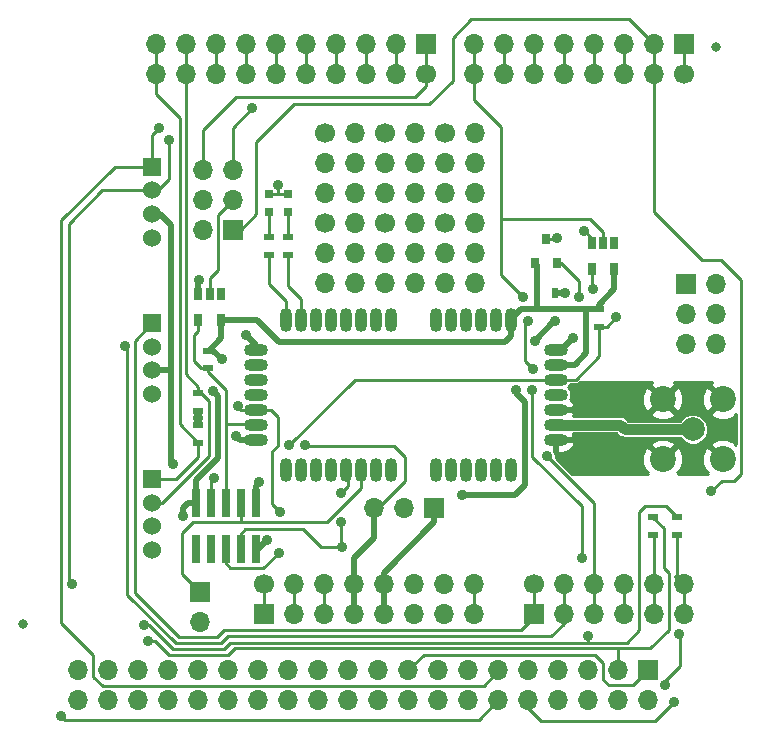
<source format=gtl>
G04 #@! TF.FileFunction,Copper,L1,Top,Signal*
%FSLAX46Y46*%
G04 Gerber Fmt 4.6, Leading zero omitted, Abs format (unit mm)*
G04 Created by KiCad (PCBNEW 4.0.7-e2-6376~58~ubuntu16.04.1) date Fri Apr 13 07:59:41 2018*
%MOMM*%
%LPD*%
G01*
G04 APERTURE LIST*
%ADD10C,0.150000*%
%ADD11R,0.900000X0.500000*%
%ADD12R,0.797560X0.797560*%
%ADD13C,0.800000*%
%ADD14R,0.740000X2.400000*%
%ADD15R,0.500000X0.900000*%
%ADD16R,0.650000X1.060000*%
%ADD17R,0.800000X0.900000*%
%ADD18C,2.200000*%
%ADD19C,2.000000*%
%ADD20O,1.016000X2.032000*%
%ADD21O,2.032000X1.016000*%
%ADD22R,1.700000X1.700000*%
%ADD23O,1.700000X1.700000*%
%ADD24C,1.700000*%
%ADD25R,1.524000X1.524000*%
%ADD26C,1.524000*%
%ADD27C,0.889000*%
%ADD28C,0.250000*%
%ADD29C,0.500000*%
%ADD30C,0.203200*%
%ADD31C,0.900000*%
%ADD32C,0.254000*%
G04 APERTURE END LIST*
D10*
D11*
X118910000Y-98180000D03*
X118910000Y-99680000D03*
D12*
X124860000Y-81350700D03*
X124860000Y-82849300D03*
X126520000Y-81350700D03*
X126520000Y-82849300D03*
D13*
X104050000Y-117690000D03*
X162720000Y-68840000D03*
D14*
X123770000Y-107470000D03*
X123770000Y-111370000D03*
X122500000Y-107470000D03*
X122500000Y-111370000D03*
X121230000Y-107470000D03*
X121230000Y-111370000D03*
X119960000Y-107470000D03*
X119960000Y-111370000D03*
X118690000Y-107470000D03*
X118690000Y-111370000D03*
D15*
X149090000Y-89670000D03*
X147590000Y-89670000D03*
D11*
X119730000Y-96070000D03*
X119730000Y-94570000D03*
X124860000Y-84960000D03*
X124860000Y-86460000D03*
X126530000Y-84950000D03*
X126530000Y-86450000D03*
X152810000Y-92580000D03*
X152810000Y-91080000D03*
D16*
X120820000Y-89790000D03*
X119870000Y-89790000D03*
X118920000Y-89790000D03*
X118920000Y-91990000D03*
X120820000Y-91990000D03*
D17*
X148340000Y-85140000D03*
X147390000Y-87140000D03*
X149290000Y-87140000D03*
D16*
X154100000Y-85500000D03*
X153150000Y-85500000D03*
X152200000Y-85500000D03*
X152200000Y-87700000D03*
X154100000Y-87700000D03*
D18*
X158230000Y-103790000D03*
X158230000Y-98710000D03*
X163310000Y-98710000D03*
X163310000Y-103790000D03*
D19*
X160770000Y-101250000D03*
D20*
X126310000Y-104650000D03*
X127580000Y-104650000D03*
X130120000Y-104650000D03*
X128850000Y-104650000D03*
X133930000Y-104650000D03*
X135200000Y-104650000D03*
X132660000Y-104650000D03*
X131390000Y-104650000D03*
X141550000Y-104650000D03*
X142820000Y-104650000D03*
X145360000Y-104650000D03*
X144090000Y-104650000D03*
X139010000Y-104650000D03*
X140280000Y-104650000D03*
X140280000Y-91950000D03*
X139010000Y-91950000D03*
X144090000Y-91950000D03*
X145360000Y-91950000D03*
X142820000Y-91950000D03*
X141550000Y-91950000D03*
X131390000Y-91950000D03*
X132660000Y-91950000D03*
X135200000Y-91950000D03*
X133930000Y-91950000D03*
X128850000Y-91950000D03*
X130120000Y-91950000D03*
X127580000Y-91950000D03*
X126310000Y-91950000D03*
D21*
X149170000Y-98300000D03*
X149170000Y-97030000D03*
X149170000Y-95760000D03*
X149170000Y-94490000D03*
X149170000Y-99570000D03*
X149170000Y-100840000D03*
X149170000Y-102110000D03*
X123770000Y-102110000D03*
X123770000Y-100840000D03*
X123770000Y-99570000D03*
X123770000Y-94490000D03*
X123770000Y-95760000D03*
X123770000Y-97030000D03*
X123770000Y-98300000D03*
D22*
X124460000Y-116840000D03*
D23*
X127000000Y-116840000D03*
X129540000Y-116840000D03*
X132080000Y-116840000D03*
X134620000Y-116840000D03*
X137160000Y-116840000D03*
X139700000Y-116840000D03*
X142240000Y-116840000D03*
D22*
X147320000Y-116840000D03*
D23*
X149860000Y-116840000D03*
X152400000Y-116840000D03*
X154940000Y-116840000D03*
X157480000Y-116840000D03*
X160020000Y-116840000D03*
D22*
X138180000Y-68580000D03*
D23*
X135640000Y-68580000D03*
X133100000Y-68580000D03*
X130560000Y-68580000D03*
X128020000Y-68580000D03*
X125480000Y-68580000D03*
X122940000Y-68580000D03*
X120400000Y-68580000D03*
X117860000Y-68580000D03*
X115320000Y-68580000D03*
D22*
X160020000Y-68580000D03*
D23*
X157480000Y-68580000D03*
X154940000Y-68580000D03*
X152400000Y-68580000D03*
X149860000Y-68580000D03*
X147320000Y-68580000D03*
X144780000Y-68580000D03*
X142240000Y-68580000D03*
D22*
X121820000Y-84350000D03*
D23*
X119280000Y-84350000D03*
X121820000Y-81810000D03*
X119280000Y-81810000D03*
X121820000Y-79270000D03*
X119280000Y-79270000D03*
D22*
X119060000Y-115020000D03*
D23*
X119060000Y-117560000D03*
D22*
X160190000Y-88960000D03*
D23*
X162730000Y-88960000D03*
X160190000Y-91500000D03*
X162730000Y-91500000D03*
X160190000Y-94040000D03*
X162730000Y-94040000D03*
D11*
X118910000Y-102410000D03*
X118910000Y-100910000D03*
D22*
X138870000Y-107940000D03*
D23*
X136330000Y-107940000D03*
X133790000Y-107940000D03*
D24*
X124470000Y-114300000D03*
D23*
X127010000Y-114300000D03*
X129550000Y-114300000D03*
X132090000Y-114300000D03*
X134630000Y-114300000D03*
X137170000Y-114300000D03*
X139710000Y-114300000D03*
X142250000Y-114300000D03*
D24*
X147320000Y-114300000D03*
D23*
X149860000Y-114300000D03*
X152400000Y-114300000D03*
X154940000Y-114300000D03*
X157480000Y-114300000D03*
X160020000Y-114300000D03*
D24*
X138180000Y-71120000D03*
D23*
X135640000Y-71120000D03*
X133100000Y-71120000D03*
X130560000Y-71120000D03*
X128020000Y-71120000D03*
X125480000Y-71120000D03*
X122940000Y-71120000D03*
X120400000Y-71120000D03*
X117860000Y-71120000D03*
X115320000Y-71120000D03*
D24*
X160020000Y-71130000D03*
D23*
X157480000Y-71130000D03*
X154940000Y-71130000D03*
X152400000Y-71130000D03*
X149860000Y-71130000D03*
X147320000Y-71130000D03*
X144780000Y-71130000D03*
X142240000Y-71130000D03*
X132160000Y-88820000D03*
X129620000Y-88820000D03*
X132160000Y-86280000D03*
X129620000Y-86280000D03*
X132160000Y-83740000D03*
D24*
X129620000Y-83740000D03*
X134700000Y-83740000D03*
D23*
X137240000Y-83740000D03*
X134700000Y-86280000D03*
X137240000Y-86280000D03*
X134700000Y-88820000D03*
X137240000Y-88820000D03*
X142320000Y-88820000D03*
X139780000Y-88820000D03*
X142320000Y-86280000D03*
X139780000Y-86280000D03*
X142320000Y-83740000D03*
D24*
X139780000Y-83740000D03*
X139780000Y-76120000D03*
D23*
X142320000Y-76120000D03*
X139780000Y-78660000D03*
X142320000Y-78660000D03*
X139780000Y-81200000D03*
X142320000Y-81200000D03*
X137240000Y-81200000D03*
X134700000Y-81200000D03*
X137240000Y-78660000D03*
X134700000Y-78660000D03*
X137240000Y-76120000D03*
D24*
X134700000Y-76120000D03*
X129620000Y-76120000D03*
D23*
X132160000Y-76120000D03*
X129620000Y-78660000D03*
X132160000Y-78660000D03*
X129620000Y-81200000D03*
X132160000Y-81200000D03*
D11*
X157440000Y-108690000D03*
X157440000Y-110190000D03*
X159440000Y-108690000D03*
X159440000Y-110190000D03*
D25*
X115020000Y-105470000D03*
D26*
X115020000Y-107470000D03*
X115020000Y-109470000D03*
X115020000Y-111470000D03*
D25*
X115020000Y-92250000D03*
D26*
X115020000Y-94250000D03*
X115020000Y-96250000D03*
X115020000Y-98250000D03*
D25*
X115020000Y-79020000D03*
D26*
X115020000Y-81020000D03*
X115020000Y-83020000D03*
X115020000Y-85020000D03*
D23*
X157010000Y-124190000D03*
D22*
X157010000Y-121650000D03*
D23*
X154470000Y-124190000D03*
X154470000Y-121650000D03*
X151930000Y-124190000D03*
X151930000Y-121650000D03*
X149390000Y-124190000D03*
X149390000Y-121650000D03*
X146850000Y-124190000D03*
X146850000Y-121650000D03*
X144310000Y-124190000D03*
X144310000Y-121650000D03*
X141770000Y-124190000D03*
X141770000Y-121650000D03*
X139230000Y-124190000D03*
X139230000Y-121650000D03*
X136690000Y-124190000D03*
X136690000Y-121650000D03*
X134150000Y-124190000D03*
X134150000Y-121650000D03*
X131610000Y-124190000D03*
X131610000Y-121650000D03*
X129070000Y-124190000D03*
X129070000Y-121650000D03*
X126530000Y-124190000D03*
X126530000Y-121650000D03*
X123990000Y-124190000D03*
X123990000Y-121650000D03*
X121450000Y-124190000D03*
X121450000Y-121650000D03*
X118910000Y-124190000D03*
X118910000Y-121650000D03*
X116370000Y-124190000D03*
X116370000Y-121650000D03*
X113830000Y-124190000D03*
X113830000Y-121650000D03*
X111290000Y-124190000D03*
X111290000Y-121650000D03*
X108750000Y-124190000D03*
X108750000Y-121650000D03*
D27*
X151570000Y-84430000D03*
X149310000Y-85050000D03*
X125670000Y-80590000D03*
X122090000Y-101790000D03*
X122920000Y-93250000D03*
X150600000Y-93480000D03*
X150850000Y-102090000D03*
X150880000Y-99570000D03*
X118970000Y-88590000D03*
X124080000Y-105730000D03*
X127960000Y-102560000D03*
X118910000Y-100290000D03*
X147380000Y-93760000D03*
X149090000Y-92100000D03*
X149950000Y-89700000D03*
X145820000Y-97900000D03*
X141240000Y-106790000D03*
X120890000Y-95270000D03*
X120140000Y-98000000D03*
X124740000Y-110610000D03*
X117640000Y-108600000D03*
X131070000Y-111170000D03*
X130960000Y-106650000D03*
X131010000Y-109100000D03*
X122260000Y-99270000D03*
X125705000Y-111675000D03*
X125820000Y-108280000D03*
X126590000Y-102580000D03*
X120270000Y-105380000D03*
X152360000Y-89370000D03*
X154310000Y-91770000D03*
X162320000Y-106470000D03*
X159200000Y-124330000D03*
X158430000Y-122920000D03*
X159620000Y-118600000D03*
X123490000Y-74020000D03*
X151140000Y-90040000D03*
X148430000Y-103530000D03*
X151380000Y-112150000D03*
X146410000Y-90020000D03*
X146810000Y-92080000D03*
X147240000Y-96170000D03*
X147160000Y-97920000D03*
X116800000Y-104140000D03*
X151930000Y-118720000D03*
X114270000Y-117810000D03*
X114640000Y-119150000D03*
X112670000Y-94170000D03*
X115600000Y-75770000D03*
X107270000Y-125500000D03*
X108220000Y-114380000D03*
X116410000Y-76730000D03*
D28*
X152200000Y-85500000D02*
X152200000Y-85060000D01*
X152200000Y-85060000D02*
X151570000Y-84430000D01*
X148340000Y-85140000D02*
X149220000Y-85140000D01*
X149220000Y-85140000D02*
X149310000Y-85050000D01*
X125650000Y-81350700D02*
X125650000Y-80610000D01*
X125650000Y-80610000D02*
X125670000Y-80590000D01*
X124860000Y-81350700D02*
X125650000Y-81350700D01*
X125650000Y-81350700D02*
X126520000Y-81350700D01*
D29*
X123770000Y-102110000D02*
X122410000Y-102110000D01*
X122410000Y-102110000D02*
X122090000Y-101790000D01*
X123770000Y-94490000D02*
X123770000Y-94100000D01*
X123770000Y-94100000D02*
X122920000Y-93250000D01*
X149170000Y-94490000D02*
X149590000Y-94490000D01*
X149590000Y-94490000D02*
X150600000Y-93480000D01*
X149170000Y-102110000D02*
X150830000Y-102110000D01*
X150830000Y-102110000D02*
X150850000Y-102090000D01*
X149170000Y-99570000D02*
X150880000Y-99570000D01*
X118920000Y-89790000D02*
X118920000Y-88640000D01*
X118920000Y-88640000D02*
X118970000Y-88590000D01*
X123770000Y-107470000D02*
X123770000Y-106040000D01*
X123770000Y-106040000D02*
X124080000Y-105730000D01*
X139710000Y-116830000D02*
X139700000Y-116840000D01*
D28*
X136690000Y-121650000D02*
X137980000Y-120360000D01*
X155730000Y-122930000D02*
X157010000Y-121650000D01*
X153650000Y-122930000D02*
X155730000Y-122930000D01*
X153200000Y-122480000D02*
X153650000Y-122930000D01*
X153200000Y-121060000D02*
X153200000Y-122480000D01*
X152500000Y-120360000D02*
X153200000Y-121060000D01*
X137980000Y-120360000D02*
X152500000Y-120360000D01*
X136430000Y-103610000D02*
X136430000Y-103600000D01*
X127960000Y-102560000D02*
X128040000Y-102640000D01*
X128040000Y-102640000D02*
X135470000Y-102640000D01*
X136430000Y-105640000D02*
X136430000Y-103610000D01*
X136430000Y-105640000D02*
X134130000Y-107940000D01*
X136430000Y-103600000D02*
X135470000Y-102640000D01*
X133790000Y-107940000D02*
X134130000Y-107940000D01*
X136690000Y-121650000D02*
X136750000Y-121650000D01*
D29*
X149040000Y-92100000D02*
X149090000Y-92100000D01*
X147380000Y-93760000D02*
X149040000Y-92100000D01*
X149920000Y-89670000D02*
X149090000Y-89670000D01*
X149950000Y-89700000D02*
X149920000Y-89670000D01*
X149030000Y-92100000D02*
X149090000Y-92100000D01*
X141240000Y-106790000D02*
X145750000Y-106790000D01*
X145820000Y-98190000D02*
X145820000Y-97900000D01*
X146560998Y-98930998D02*
X145820000Y-98190000D01*
X146560998Y-105979002D02*
X146560998Y-98930998D01*
X145750000Y-106790000D02*
X146560998Y-105979002D01*
X141240000Y-106790000D02*
X141380000Y-106650000D01*
X133790000Y-107940000D02*
X133790000Y-110460000D01*
X132090000Y-112160000D02*
X132090000Y-114300000D01*
X133790000Y-110460000D02*
X132090000Y-112160000D01*
D28*
X118910000Y-99680000D02*
X118910000Y-100290000D01*
X118910000Y-100290000D02*
X118910000Y-100910000D01*
D29*
X132090000Y-114300000D02*
X132090000Y-116830000D01*
X132090000Y-116830000D02*
X132080000Y-116840000D01*
D28*
X124860000Y-84960000D02*
X124860000Y-82849300D01*
X126520000Y-82849300D02*
X126520000Y-84940000D01*
X126520000Y-84940000D02*
X126530000Y-84950000D01*
D29*
X120540000Y-99050000D02*
X120540000Y-98400000D01*
X118690000Y-105540000D02*
X120540000Y-103690000D01*
X120540000Y-103690000D02*
X120540000Y-99050000D01*
X118690000Y-107470000D02*
X118690000Y-105540000D01*
X120190000Y-94570000D02*
X119730000Y-94570000D01*
X120890000Y-95270000D02*
X120190000Y-94570000D01*
X120540000Y-98400000D02*
X120140000Y-98000000D01*
X120820000Y-91990000D02*
X123900000Y-91990000D01*
X145360000Y-93370000D02*
X145360000Y-91950000D01*
X144880000Y-93850000D02*
X145360000Y-93370000D01*
X125760000Y-93850000D02*
X144880000Y-93850000D01*
X123900000Y-91990000D02*
X125760000Y-93850000D01*
X118690000Y-107470000D02*
X118070000Y-107470000D01*
X117640000Y-107900000D02*
X117640000Y-108600000D01*
X118070000Y-107470000D02*
X117640000Y-107900000D01*
D28*
X123770000Y-111370000D02*
X123980000Y-111370000D01*
D29*
X123980000Y-111370000D02*
X124740000Y-110610000D01*
D28*
X117640000Y-108600000D02*
X117680000Y-108560000D01*
X119730000Y-94570000D02*
X119780000Y-94570000D01*
D29*
X119780000Y-94570000D02*
X120820000Y-93530000D01*
X120820000Y-93530000D02*
X120820000Y-91990000D01*
X149170000Y-95760000D02*
X150770000Y-95760000D01*
X151710000Y-94820000D02*
X151710000Y-91080000D01*
X150770000Y-95760000D02*
X151710000Y-94820000D01*
X147590000Y-89670000D02*
X147590000Y-87340000D01*
X147590000Y-87340000D02*
X147390000Y-87140000D01*
X147570000Y-91080000D02*
X147570000Y-89690000D01*
X147570000Y-89690000D02*
X147590000Y-89670000D01*
X152810000Y-91080000D02*
X151710000Y-91080000D01*
X151710000Y-91080000D02*
X151070000Y-91080000D01*
X151070000Y-91080000D02*
X147570000Y-91080000D01*
X147570000Y-91080000D02*
X146230000Y-91080000D01*
X146230000Y-91080000D02*
X145360000Y-91950000D01*
X152810000Y-91080000D02*
X152810000Y-90690000D01*
X154100000Y-89400000D02*
X154100000Y-87700000D01*
X152810000Y-90690000D02*
X154100000Y-89400000D01*
D28*
X122530000Y-109130000D02*
X122530000Y-107500000D01*
X122530000Y-107500000D02*
X122500000Y-107470000D01*
X118420000Y-109130000D02*
X122530000Y-109130000D01*
X122530000Y-109130000D02*
X129780000Y-109130000D01*
X129780000Y-109130000D02*
X132660000Y-106250000D01*
X132660000Y-104650000D02*
X132660000Y-106250000D01*
X117550000Y-110000000D02*
X118420000Y-109130000D01*
X117550000Y-113530000D02*
X117550000Y-110000000D01*
X117550000Y-113530000D02*
X119040000Y-115020000D01*
X122510000Y-107480000D02*
X122500000Y-107470000D01*
X119060000Y-115020000D02*
X119040000Y-115020000D01*
X122880000Y-109710000D02*
X127800000Y-109710000D01*
X122500000Y-110090000D02*
X122880000Y-109710000D01*
X122500000Y-111370000D02*
X122500000Y-110090000D01*
X129260000Y-111170000D02*
X131070000Y-111170000D01*
X127800000Y-109710000D02*
X129260000Y-111170000D01*
X131070000Y-111170000D02*
X131010000Y-111110000D01*
X131010000Y-111110000D02*
X131010000Y-109100000D01*
X131570000Y-106040000D02*
X131570000Y-104830000D01*
X130960000Y-106650000D02*
X131570000Y-106040000D01*
X131570000Y-104830000D02*
X131390000Y-104650000D01*
X121230000Y-100810000D02*
X123740000Y-100810000D01*
X123740000Y-100810000D02*
X123770000Y-100840000D01*
X121230000Y-102210000D02*
X121230000Y-100810000D01*
X121230000Y-100810000D02*
X121230000Y-97900000D01*
X121230000Y-107470000D02*
X121230000Y-102210000D01*
X119730000Y-96400000D02*
X119730000Y-96070000D01*
X121230000Y-97900000D02*
X119730000Y-96400000D01*
X118920000Y-91990000D02*
X118920000Y-92880000D01*
X119150000Y-96070000D02*
X119730000Y-96070000D01*
X118520000Y-95440000D02*
X119150000Y-96070000D01*
X118520000Y-93280000D02*
X118520000Y-95440000D01*
X118920000Y-92880000D02*
X118520000Y-93280000D01*
X122260000Y-99270000D02*
X122560000Y-99570000D01*
X122560000Y-99570000D02*
X123770000Y-99570000D01*
X125110000Y-107570000D02*
X125110000Y-103160000D01*
X125110000Y-103160000D02*
X125690000Y-102580000D01*
X125690000Y-102580000D02*
X125690000Y-100210000D01*
X125690000Y-100210000D02*
X125050000Y-99570000D01*
X123770000Y-99570000D02*
X125050000Y-99570000D01*
X125820000Y-108280000D02*
X125110000Y-107570000D01*
X121230000Y-111370000D02*
X121230000Y-112590000D01*
X124410000Y-112970000D02*
X125705000Y-111675000D01*
X125705000Y-111675000D02*
X125710000Y-111670000D01*
X121610000Y-112970000D02*
X124410000Y-112970000D01*
X121230000Y-112590000D02*
X121610000Y-112970000D01*
X119960000Y-107470000D02*
X119960000Y-105690000D01*
X132140000Y-97030000D02*
X149170000Y-97030000D01*
X126590000Y-102580000D02*
X132140000Y-97030000D01*
X119960000Y-105690000D02*
X120270000Y-105380000D01*
X152810000Y-92580000D02*
X153500000Y-92580000D01*
X152200000Y-89210000D02*
X152200000Y-87700000D01*
D29*
X152360000Y-89370000D02*
X152200000Y-89210000D01*
D28*
X153500000Y-92580000D02*
X154310000Y-91770000D01*
X149170000Y-97030000D02*
X150850000Y-97030000D01*
X152810000Y-95070000D02*
X152810000Y-92580000D01*
X150850000Y-97030000D02*
X152810000Y-95070000D01*
X157480000Y-71130000D02*
X157480000Y-82880000D01*
X161530000Y-86930000D02*
X157480000Y-82880000D01*
X163190000Y-86930000D02*
X161530000Y-86930000D01*
X164820000Y-88560000D02*
X163190000Y-86930000D01*
X164820000Y-105010000D02*
X164820000Y-88560000D01*
X164250000Y-105580000D02*
X164820000Y-105010000D01*
X163210000Y-105580000D02*
X164250000Y-105580000D01*
X162320000Y-106470000D02*
X163210000Y-105580000D01*
X157600000Y-125930000D02*
X159200000Y-124330000D01*
X147950000Y-125930000D02*
X157600000Y-125930000D01*
X147950000Y-125930000D02*
X146850000Y-124830000D01*
X146850000Y-124190000D02*
X146850000Y-124830000D01*
X121820000Y-84350000D02*
X122480000Y-84350000D01*
X122480000Y-84350000D02*
X123830000Y-83000000D01*
X123830000Y-83000000D02*
X123830000Y-76920000D01*
X123830000Y-76920000D02*
X127030000Y-73720000D01*
X127030000Y-73720000D02*
X138480000Y-73720000D01*
X138480000Y-73720000D02*
X140450000Y-71750000D01*
X140450000Y-71750000D02*
X140450000Y-68090000D01*
X140450000Y-68090000D02*
X142030000Y-66510000D01*
X142030000Y-66510000D02*
X155410000Y-66510000D01*
X155410000Y-66510000D02*
X157480000Y-68580000D01*
X157480000Y-68580000D02*
X157480000Y-71130000D01*
X158430000Y-122530000D02*
X158430000Y-122920000D01*
X159720000Y-121240000D02*
X158430000Y-122530000D01*
X159720000Y-118700000D02*
X159720000Y-121240000D01*
X159620000Y-118600000D02*
X159720000Y-118700000D01*
X160020000Y-68580000D02*
X160020000Y-71130000D01*
D30*
X160020000Y-68580000D02*
X160274000Y-68580000D01*
D28*
X121820000Y-81810000D02*
X121820000Y-81850000D01*
X121820000Y-81850000D02*
X120540000Y-83130000D01*
X120540000Y-83130000D02*
X120540000Y-87760000D01*
X120540000Y-87760000D02*
X119870000Y-88430000D01*
X119870000Y-88430000D02*
X119870000Y-89790000D01*
X121820000Y-79270000D02*
X121820000Y-75690000D01*
X121820000Y-75690000D02*
X123490000Y-74020000D01*
X135640000Y-68580000D02*
X135640000Y-71120000D01*
X119280000Y-79270000D02*
X119280000Y-75940000D01*
X138180000Y-72180000D02*
X138180000Y-71120000D01*
X137230000Y-73130000D02*
X138180000Y-72180000D01*
X122090000Y-73130000D02*
X137230000Y-73130000D01*
X119280000Y-75940000D02*
X122090000Y-73130000D01*
X138180000Y-68580000D02*
X138180000Y-71120000D01*
X126310000Y-91950000D02*
X126310000Y-90360000D01*
X124860000Y-88910000D02*
X124860000Y-86460000D01*
X126310000Y-90360000D02*
X124860000Y-88910000D01*
X126310000Y-91950000D02*
X126190000Y-91950000D01*
X126530000Y-86450000D02*
X126530000Y-89140000D01*
X127580000Y-90190000D02*
X127580000Y-91950000D01*
X126530000Y-89140000D02*
X127580000Y-90190000D01*
X151140000Y-88650000D02*
X151140000Y-90040000D01*
X149630000Y-87140000D02*
X151140000Y-88650000D01*
X152400000Y-107500000D02*
X152400000Y-114300000D01*
X148430000Y-103530000D02*
X152400000Y-107500000D01*
X149290000Y-87140000D02*
X149630000Y-87140000D01*
X152400000Y-114300000D02*
X152400000Y-116840000D01*
X144550000Y-83450000D02*
X152030000Y-83450000D01*
X153150000Y-84570000D02*
X153150000Y-85500000D01*
X152030000Y-83450000D02*
X153150000Y-84570000D01*
X151380000Y-112150000D02*
X151380000Y-107770000D01*
X144550000Y-88160000D02*
X144550000Y-83450000D01*
X144550000Y-83450000D02*
X144550000Y-79120000D01*
X146410000Y-90020000D02*
X144550000Y-88160000D01*
X146540000Y-95470000D02*
X146540000Y-92150000D01*
X147240000Y-96170000D02*
X146540000Y-95470000D01*
X147190000Y-103580000D02*
X147190000Y-97970000D01*
X151380000Y-107770000D02*
X147190000Y-103580000D01*
X142240000Y-73350000D02*
X142240000Y-71130000D01*
X144550000Y-75660000D02*
X142240000Y-73350000D01*
X144550000Y-79130000D02*
X144550000Y-79120000D01*
X144550000Y-79120000D02*
X144550000Y-75660000D01*
X142240000Y-68580000D02*
X142240000Y-71130000D01*
D31*
X149170000Y-100840000D02*
X154590000Y-100840000D01*
X155000000Y-101250000D02*
X160770000Y-101250000D01*
X154590000Y-100840000D02*
X155000000Y-101250000D01*
D29*
X116580000Y-96220000D02*
X115050000Y-96220000D01*
X115050000Y-96220000D02*
X115020000Y-96250000D01*
X116580000Y-83910000D02*
X115690000Y-83020000D01*
X116580000Y-103920000D02*
X116580000Y-96220000D01*
X116580000Y-96220000D02*
X116580000Y-83910000D01*
X116800000Y-104140000D02*
X116580000Y-103920000D01*
X115690000Y-83020000D02*
X115020000Y-83020000D01*
X138870000Y-107940000D02*
X138870000Y-109130000D01*
X134630000Y-113370000D02*
X134630000Y-114300000D01*
X138870000Y-109130000D02*
X134630000Y-113370000D01*
X134630000Y-114300000D02*
X134630000Y-116830000D01*
X134630000Y-116830000D02*
X134620000Y-116840000D01*
D28*
X151930000Y-118720000D02*
X151930000Y-119295998D01*
X121704002Y-119295998D02*
X121620000Y-119295998D01*
X156230000Y-118190000D02*
X156230000Y-118260000D01*
X156230000Y-108260000D02*
X156230000Y-118190000D01*
X156760000Y-107730000D02*
X156230000Y-108260000D01*
X158510000Y-107730000D02*
X156760000Y-107730000D01*
X159440000Y-108660000D02*
X158510000Y-107730000D01*
X155194002Y-119295998D02*
X151930000Y-119295998D01*
X151930000Y-119295998D02*
X121704002Y-119295998D01*
X156230000Y-118260000D02*
X155194002Y-119295998D01*
X114690000Y-117810000D02*
X114270000Y-117810000D01*
X116755998Y-119875998D02*
X114690000Y-117810000D01*
X121040000Y-119875998D02*
X116755998Y-119875998D01*
X121620000Y-119295998D02*
X121040000Y-119875998D01*
X159440000Y-108690000D02*
X159440000Y-108660000D01*
X115320000Y-71120000D02*
X115320000Y-72850000D01*
X117320000Y-100820000D02*
X118910000Y-102410000D01*
X117320000Y-74850000D02*
X117320000Y-100820000D01*
X115320000Y-72850000D02*
X117320000Y-74850000D01*
X118910000Y-102410000D02*
X118910000Y-103550000D01*
X116990000Y-105470000D02*
X115020000Y-105470000D01*
X118910000Y-103550000D02*
X116990000Y-105470000D01*
X115320000Y-68580000D02*
X115320000Y-71120000D01*
X154470000Y-119800000D02*
X154470000Y-121650000D01*
X117070000Y-120380000D02*
X116440000Y-120380000D01*
X121460000Y-120380000D02*
X117070000Y-120380000D01*
X122040000Y-119800000D02*
X121460000Y-120380000D01*
X157180000Y-119800000D02*
X154470000Y-119800000D01*
X154470000Y-119800000D02*
X122040000Y-119800000D01*
X158720000Y-118260000D02*
X157180000Y-119800000D01*
X158720000Y-113400000D02*
X158720000Y-118260000D01*
X158340000Y-113020000D02*
X158720000Y-113400000D01*
X158340000Y-109640000D02*
X158340000Y-113020000D01*
X157440000Y-108740000D02*
X158340000Y-109640000D01*
X115210000Y-119150000D02*
X114640000Y-119150000D01*
X116440000Y-120380000D02*
X115210000Y-119150000D01*
X157440000Y-108690000D02*
X157440000Y-108740000D01*
X117860000Y-71120000D02*
X117860000Y-96590000D01*
X118910000Y-97640000D02*
X118910000Y-98180000D01*
X117860000Y-96590000D02*
X118910000Y-97640000D01*
X118910000Y-98180000D02*
X119140000Y-98180000D01*
X115820000Y-107470000D02*
X115020000Y-107470000D01*
X119800000Y-103490000D02*
X115820000Y-107470000D01*
X119800000Y-98840000D02*
X119800000Y-103490000D01*
X119140000Y-98180000D02*
X119800000Y-98840000D01*
X117860000Y-68580000D02*
X117860000Y-71120000D01*
X147320000Y-116840000D02*
X147320000Y-117140000D01*
X147320000Y-117140000D02*
X146220000Y-118240000D01*
X113540000Y-93730000D02*
X115020000Y-92250000D01*
X113540000Y-115110000D02*
X113540000Y-93730000D01*
X117280000Y-118850000D02*
X113540000Y-115110000D01*
X120450000Y-118850000D02*
X117280000Y-118850000D01*
X121060000Y-118240000D02*
X120450000Y-118850000D01*
X146220000Y-118240000D02*
X121060000Y-118240000D01*
X147320000Y-114300000D02*
X147320000Y-116840000D01*
X149860000Y-116840000D02*
X149860000Y-117710000D01*
X112900000Y-94400000D02*
X112670000Y-94170000D01*
X112900000Y-115230000D02*
X112900000Y-94400000D01*
X117030000Y-119360000D02*
X112900000Y-115230000D01*
X120790000Y-119360000D02*
X117030000Y-119360000D01*
X121380000Y-118770000D02*
X120790000Y-119360000D01*
X148800000Y-118770000D02*
X121380000Y-118770000D01*
X149860000Y-117710000D02*
X148800000Y-118770000D01*
X149860000Y-114300000D02*
X149860000Y-116840000D01*
X107320000Y-84580000D02*
X107320000Y-83560000D01*
X107320000Y-117680000D02*
X107320000Y-84580000D01*
X110030000Y-120390000D02*
X107320000Y-117680000D01*
X110030000Y-122190000D02*
X110030000Y-120390000D01*
X110800000Y-122960000D02*
X110030000Y-122190000D01*
X143080000Y-122960000D02*
X110800000Y-122960000D01*
X144310000Y-121730000D02*
X143080000Y-122960000D01*
X111860000Y-79020000D02*
X115020000Y-79020000D01*
X107320000Y-83560000D02*
X111860000Y-79020000D01*
X144310000Y-121650000D02*
X144310000Y-121730000D01*
X115020000Y-79020000D02*
X115020000Y-76350000D01*
X115020000Y-76350000D02*
X115600000Y-75770000D01*
X147320000Y-68580000D02*
X147320000Y-71130000D01*
X115020000Y-81020000D02*
X110730000Y-81020000D01*
X142630000Y-125870000D02*
X144310000Y-124190000D01*
X107640000Y-125870000D02*
X142630000Y-125870000D01*
X107270000Y-125500000D02*
X107640000Y-125870000D01*
X107920000Y-114080000D02*
X108220000Y-114380000D01*
X107920000Y-83830000D02*
X107920000Y-114080000D01*
X110730000Y-81020000D02*
X107920000Y-83830000D01*
X116410000Y-80080000D02*
X116410000Y-76730000D01*
X115470000Y-81020000D02*
X116410000Y-80080000D01*
X115020000Y-81020000D02*
X115470000Y-81020000D01*
X144780000Y-68580000D02*
X144780000Y-71130000D01*
X124460000Y-116840000D02*
X124460000Y-114310000D01*
D29*
X124460000Y-114310000D02*
X124470000Y-114300000D01*
D28*
X127000000Y-116840000D02*
X127000000Y-114310000D01*
D29*
X127000000Y-114310000D02*
X127010000Y-114300000D01*
D28*
X129550000Y-114300000D02*
X129550000Y-116830000D01*
D29*
X129550000Y-116830000D02*
X129540000Y-116840000D01*
D28*
X142250000Y-114300000D02*
X142250000Y-116830000D01*
D29*
X142250000Y-116830000D02*
X142240000Y-116840000D01*
D28*
X154940000Y-114300000D02*
X154940000Y-116840000D01*
X157480000Y-114300000D02*
X157480000Y-110230000D01*
D29*
X157480000Y-110230000D02*
X157440000Y-110190000D01*
D28*
X157480000Y-114300000D02*
X157480000Y-116840000D01*
X159440000Y-110190000D02*
X159440000Y-113720000D01*
D29*
X159440000Y-113720000D02*
X160020000Y-114300000D01*
D28*
X160020000Y-114300000D02*
X160020000Y-116840000D01*
X133100000Y-68580000D02*
X133100000Y-71120000D01*
X130560000Y-68580000D02*
X130560000Y-71120000D01*
X128020000Y-68580000D02*
X128020000Y-71120000D01*
X125480000Y-68580000D02*
X125480000Y-71120000D01*
X122940000Y-68580000D02*
X122940000Y-71120000D01*
X120400000Y-68580000D02*
X120400000Y-71120000D01*
X154940000Y-68580000D02*
X154940000Y-71130000D01*
X152400000Y-68580000D02*
X152400000Y-71130000D01*
X149860000Y-68580000D02*
X149860000Y-71130000D01*
D32*
G36*
X157184737Y-97485132D02*
X158230000Y-98530395D01*
X159275263Y-97485132D01*
X159176000Y-97237000D01*
X162364000Y-97237000D01*
X162264737Y-97485132D01*
X163310000Y-98530395D01*
X163324143Y-98516253D01*
X163503748Y-98695858D01*
X163489605Y-98710000D01*
X163503748Y-98724143D01*
X163324143Y-98903748D01*
X163310000Y-98889605D01*
X162264737Y-99934868D01*
X162375641Y-100212099D01*
X163021593Y-100455323D01*
X163711453Y-100432836D01*
X164244359Y-100212099D01*
X164355262Y-99934870D01*
X164403000Y-99982608D01*
X164403000Y-102517392D01*
X164355262Y-102565130D01*
X164244359Y-102287901D01*
X163598407Y-102044677D01*
X162908547Y-102067164D01*
X162375641Y-102287901D01*
X162264737Y-102565132D01*
X163310000Y-103610395D01*
X163324143Y-103596253D01*
X163503748Y-103775858D01*
X163489605Y-103790000D01*
X163503748Y-103804143D01*
X163324143Y-103983748D01*
X163310000Y-103969605D01*
X163295858Y-103983748D01*
X163116253Y-103804143D01*
X163130395Y-103790000D01*
X162085132Y-102744737D01*
X161807901Y-102855641D01*
X161564677Y-103501593D01*
X161587164Y-104191453D01*
X161807901Y-104724359D01*
X162085130Y-104835262D01*
X161971090Y-104949302D01*
X162052894Y-105031106D01*
X159488571Y-105029641D01*
X159568910Y-104949302D01*
X159454870Y-104835262D01*
X159732099Y-104724359D01*
X159975323Y-104078407D01*
X159952836Y-103388547D01*
X159732099Y-102855641D01*
X159454868Y-102744737D01*
X158409605Y-103790000D01*
X158423748Y-103804143D01*
X158244143Y-103983748D01*
X158230000Y-103969605D01*
X158215858Y-103983748D01*
X158036253Y-103804143D01*
X158050395Y-103790000D01*
X157005132Y-102744737D01*
X156727901Y-102855641D01*
X156484677Y-103501593D01*
X156507164Y-104191453D01*
X156727901Y-104724359D01*
X157005130Y-104835262D01*
X156891090Y-104949302D01*
X156969990Y-105028202D01*
X150514242Y-105024515D01*
X149166372Y-103676645D01*
X149166628Y-103384144D01*
X149054738Y-103113351D01*
X149043000Y-103101592D01*
X149043000Y-102237000D01*
X149297000Y-102237000D01*
X149297000Y-103253000D01*
X149805000Y-103253000D01*
X150232740Y-103117394D01*
X150576026Y-102828421D01*
X150705389Y-102565132D01*
X157184737Y-102565132D01*
X158230000Y-103610395D01*
X159275263Y-102565132D01*
X159164359Y-102287901D01*
X158518407Y-102044677D01*
X157828547Y-102067164D01*
X157295641Y-102287901D01*
X157184737Y-102565132D01*
X150705389Y-102565132D01*
X150780071Y-102413134D01*
X150654022Y-102237000D01*
X149297000Y-102237000D01*
X149043000Y-102237000D01*
X149023000Y-102237000D01*
X149023000Y-101983000D01*
X149043000Y-101983000D01*
X149043000Y-101963000D01*
X149297000Y-101963000D01*
X149297000Y-101983000D01*
X150654022Y-101983000D01*
X150780071Y-101806866D01*
X150669586Y-101582000D01*
X154282653Y-101582000D01*
X154475327Y-101774674D01*
X154716049Y-101935519D01*
X155000000Y-101992000D01*
X159685135Y-101992000D01*
X160037185Y-102344666D01*
X160511878Y-102541775D01*
X161025867Y-102542224D01*
X161500903Y-102345943D01*
X161864666Y-101982815D01*
X162061775Y-101508122D01*
X162062224Y-100994133D01*
X161865943Y-100519097D01*
X161502815Y-100155334D01*
X161028122Y-99958225D01*
X160514133Y-99957776D01*
X160039097Y-100154057D01*
X159684535Y-100508000D01*
X155307346Y-100508000D01*
X155114673Y-100315327D01*
X154873951Y-100154481D01*
X154590000Y-100098000D01*
X150669586Y-100098000D01*
X150749738Y-99934868D01*
X157184737Y-99934868D01*
X157295641Y-100212099D01*
X157941593Y-100455323D01*
X158631453Y-100432836D01*
X159164359Y-100212099D01*
X159275263Y-99934868D01*
X158230000Y-98889605D01*
X157184737Y-99934868D01*
X150749738Y-99934868D01*
X150780071Y-99873134D01*
X150654022Y-99697000D01*
X149297000Y-99697000D01*
X149297000Y-99717000D01*
X149043000Y-99717000D01*
X149043000Y-99697000D01*
X149023000Y-99697000D01*
X149023000Y-99443000D01*
X149043000Y-99443000D01*
X149043000Y-99423000D01*
X149297000Y-99423000D01*
X149297000Y-99443000D01*
X150654022Y-99443000D01*
X150780071Y-99266866D01*
X150576026Y-98851579D01*
X150385756Y-98691413D01*
X150442729Y-98606147D01*
X150479438Y-98421593D01*
X156484677Y-98421593D01*
X156507164Y-99111453D01*
X156727901Y-99644359D01*
X157005132Y-99755263D01*
X158050395Y-98710000D01*
X158409605Y-98710000D01*
X159454868Y-99755263D01*
X159732099Y-99644359D01*
X159975323Y-98998407D01*
X159956521Y-98421593D01*
X161564677Y-98421593D01*
X161587164Y-99111453D01*
X161807901Y-99644359D01*
X162085132Y-99755263D01*
X163130395Y-98710000D01*
X162085132Y-97664737D01*
X161807901Y-97775641D01*
X161564677Y-98421593D01*
X159956521Y-98421593D01*
X159952836Y-98308547D01*
X159732099Y-97775641D01*
X159454868Y-97664737D01*
X158409605Y-98710000D01*
X158050395Y-98710000D01*
X157005132Y-97664737D01*
X156727901Y-97775641D01*
X156484677Y-98421593D01*
X150479438Y-98421593D01*
X150503625Y-98300000D01*
X150442729Y-97993853D01*
X150269310Y-97734315D01*
X150165574Y-97665000D01*
X150269310Y-97595685D01*
X150368659Y-97447000D01*
X150849995Y-97447000D01*
X150850000Y-97447001D01*
X151009579Y-97415258D01*
X151144864Y-97324864D01*
X151232728Y-97237000D01*
X157284000Y-97237000D01*
X157184737Y-97485132D01*
X157184737Y-97485132D01*
G37*
X157184737Y-97485132D02*
X158230000Y-98530395D01*
X159275263Y-97485132D01*
X159176000Y-97237000D01*
X162364000Y-97237000D01*
X162264737Y-97485132D01*
X163310000Y-98530395D01*
X163324143Y-98516253D01*
X163503748Y-98695858D01*
X163489605Y-98710000D01*
X163503748Y-98724143D01*
X163324143Y-98903748D01*
X163310000Y-98889605D01*
X162264737Y-99934868D01*
X162375641Y-100212099D01*
X163021593Y-100455323D01*
X163711453Y-100432836D01*
X164244359Y-100212099D01*
X164355262Y-99934870D01*
X164403000Y-99982608D01*
X164403000Y-102517392D01*
X164355262Y-102565130D01*
X164244359Y-102287901D01*
X163598407Y-102044677D01*
X162908547Y-102067164D01*
X162375641Y-102287901D01*
X162264737Y-102565132D01*
X163310000Y-103610395D01*
X163324143Y-103596253D01*
X163503748Y-103775858D01*
X163489605Y-103790000D01*
X163503748Y-103804143D01*
X163324143Y-103983748D01*
X163310000Y-103969605D01*
X163295858Y-103983748D01*
X163116253Y-103804143D01*
X163130395Y-103790000D01*
X162085132Y-102744737D01*
X161807901Y-102855641D01*
X161564677Y-103501593D01*
X161587164Y-104191453D01*
X161807901Y-104724359D01*
X162085130Y-104835262D01*
X161971090Y-104949302D01*
X162052894Y-105031106D01*
X159488571Y-105029641D01*
X159568910Y-104949302D01*
X159454870Y-104835262D01*
X159732099Y-104724359D01*
X159975323Y-104078407D01*
X159952836Y-103388547D01*
X159732099Y-102855641D01*
X159454868Y-102744737D01*
X158409605Y-103790000D01*
X158423748Y-103804143D01*
X158244143Y-103983748D01*
X158230000Y-103969605D01*
X158215858Y-103983748D01*
X158036253Y-103804143D01*
X158050395Y-103790000D01*
X157005132Y-102744737D01*
X156727901Y-102855641D01*
X156484677Y-103501593D01*
X156507164Y-104191453D01*
X156727901Y-104724359D01*
X157005130Y-104835262D01*
X156891090Y-104949302D01*
X156969990Y-105028202D01*
X150514242Y-105024515D01*
X149166372Y-103676645D01*
X149166628Y-103384144D01*
X149054738Y-103113351D01*
X149043000Y-103101592D01*
X149043000Y-102237000D01*
X149297000Y-102237000D01*
X149297000Y-103253000D01*
X149805000Y-103253000D01*
X150232740Y-103117394D01*
X150576026Y-102828421D01*
X150705389Y-102565132D01*
X157184737Y-102565132D01*
X158230000Y-103610395D01*
X159275263Y-102565132D01*
X159164359Y-102287901D01*
X158518407Y-102044677D01*
X157828547Y-102067164D01*
X157295641Y-102287901D01*
X157184737Y-102565132D01*
X150705389Y-102565132D01*
X150780071Y-102413134D01*
X150654022Y-102237000D01*
X149297000Y-102237000D01*
X149043000Y-102237000D01*
X149023000Y-102237000D01*
X149023000Y-101983000D01*
X149043000Y-101983000D01*
X149043000Y-101963000D01*
X149297000Y-101963000D01*
X149297000Y-101983000D01*
X150654022Y-101983000D01*
X150780071Y-101806866D01*
X150669586Y-101582000D01*
X154282653Y-101582000D01*
X154475327Y-101774674D01*
X154716049Y-101935519D01*
X155000000Y-101992000D01*
X159685135Y-101992000D01*
X160037185Y-102344666D01*
X160511878Y-102541775D01*
X161025867Y-102542224D01*
X161500903Y-102345943D01*
X161864666Y-101982815D01*
X162061775Y-101508122D01*
X162062224Y-100994133D01*
X161865943Y-100519097D01*
X161502815Y-100155334D01*
X161028122Y-99958225D01*
X160514133Y-99957776D01*
X160039097Y-100154057D01*
X159684535Y-100508000D01*
X155307346Y-100508000D01*
X155114673Y-100315327D01*
X154873951Y-100154481D01*
X154590000Y-100098000D01*
X150669586Y-100098000D01*
X150749738Y-99934868D01*
X157184737Y-99934868D01*
X157295641Y-100212099D01*
X157941593Y-100455323D01*
X158631453Y-100432836D01*
X159164359Y-100212099D01*
X159275263Y-99934868D01*
X158230000Y-98889605D01*
X157184737Y-99934868D01*
X150749738Y-99934868D01*
X150780071Y-99873134D01*
X150654022Y-99697000D01*
X149297000Y-99697000D01*
X149297000Y-99717000D01*
X149043000Y-99717000D01*
X149043000Y-99697000D01*
X149023000Y-99697000D01*
X149023000Y-99443000D01*
X149043000Y-99443000D01*
X149043000Y-99423000D01*
X149297000Y-99423000D01*
X149297000Y-99443000D01*
X150654022Y-99443000D01*
X150780071Y-99266866D01*
X150576026Y-98851579D01*
X150385756Y-98691413D01*
X150442729Y-98606147D01*
X150479438Y-98421593D01*
X156484677Y-98421593D01*
X156507164Y-99111453D01*
X156727901Y-99644359D01*
X157005132Y-99755263D01*
X158050395Y-98710000D01*
X158409605Y-98710000D01*
X159454868Y-99755263D01*
X159732099Y-99644359D01*
X159975323Y-98998407D01*
X159956521Y-98421593D01*
X161564677Y-98421593D01*
X161587164Y-99111453D01*
X161807901Y-99644359D01*
X162085132Y-99755263D01*
X163130395Y-98710000D01*
X162085132Y-97664737D01*
X161807901Y-97775641D01*
X161564677Y-98421593D01*
X159956521Y-98421593D01*
X159952836Y-98308547D01*
X159732099Y-97775641D01*
X159454868Y-97664737D01*
X158409605Y-98710000D01*
X158050395Y-98710000D01*
X157005132Y-97664737D01*
X156727901Y-97775641D01*
X156484677Y-98421593D01*
X150479438Y-98421593D01*
X150503625Y-98300000D01*
X150442729Y-97993853D01*
X150269310Y-97734315D01*
X150165574Y-97665000D01*
X150269310Y-97595685D01*
X150368659Y-97447000D01*
X150849995Y-97447000D01*
X150850000Y-97447001D01*
X151009579Y-97415258D01*
X151144864Y-97324864D01*
X151232728Y-97237000D01*
X157284000Y-97237000D01*
X157184737Y-97485132D01*
M02*

</source>
